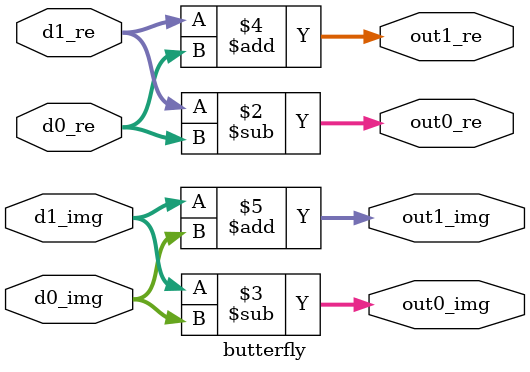
<source format=v>
module butterfly #(
    parameter WIDTH = 16
) (
    input       signed [WIDTH-1:0] d0_re,
    input       signed [WIDTH-1:0] d0_img,
    input       signed [WIDTH-1:0] d1_re,
    input       signed [WIDTH-1:0] d1_img,
    output  reg signed [WIDTH-1:0] out0_re,
    output  reg signed [WIDTH-1:0] out0_img,
    output  reg signed [WIDTH-1:0] out1_re,
    output  reg signed [WIDTH-1:0] out1_img
);

    always @(*) begin
        out0_re = d1_re - d0_re;
        out0_img = d1_img - d0_img;
        out1_re = d1_re + d0_re;
        out1_img = d1_img + d0_img;
    end
    // assign out0_re = d1_re - d0_re;
    // assign out0_img = d1_img - d0_img;
    // assign out1_re = d1_re + d0_re;
    // assign out1_img = d1_img + d0_img;
endmodule
</source>
